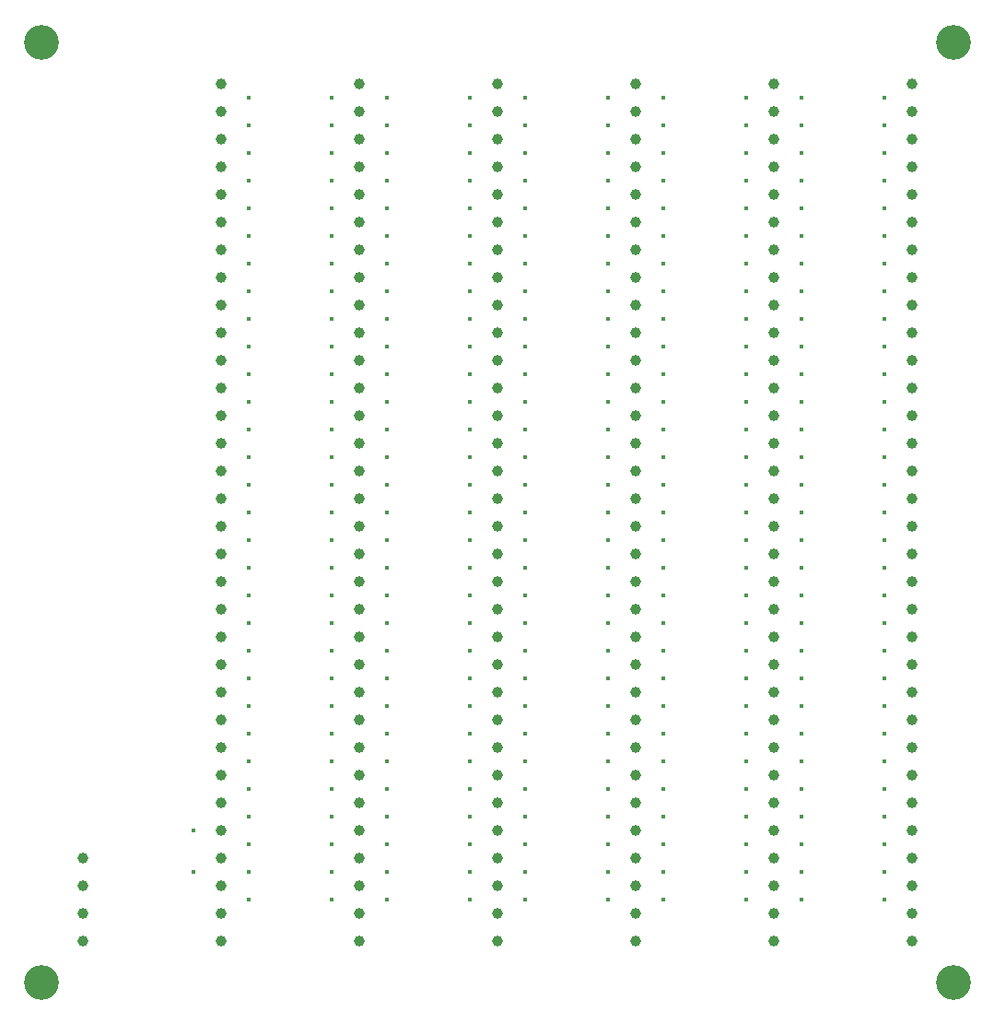
<source format=gbr>
%TF.GenerationSoftware,KiCad,Pcbnew,7.0.5*%
%TF.CreationDate,2023-06-09T17:16:47+02:00*%
%TF.ProjectId,Sorbus-backplane,536f7262-7573-42d6-9261-636b706c616e,rev?*%
%TF.SameCoordinates,Original*%
%TF.FileFunction,Plated,1,2,PTH,Drill*%
%TF.FilePolarity,Positive*%
%FSLAX46Y46*%
G04 Gerber Fmt 4.6, Leading zero omitted, Abs format (unit mm)*
G04 Created by KiCad (PCBNEW 7.0.5) date 2023-06-09 17:16:47*
%MOMM*%
%LPD*%
G01*
G04 APERTURE LIST*
%TA.AperFunction,ViaDrill*%
%ADD10C,0.400000*%
%TD*%
%TA.AperFunction,ComponentDrill*%
%ADD11C,1.000000*%
%TD*%
%TA.AperFunction,ViaDrill*%
%ADD12C,3.200000*%
%TD*%
G04 APERTURE END LIST*
D10*
X86360000Y-116840000D03*
X86360000Y-120650000D03*
X91440000Y-49530000D03*
X91440000Y-52070000D03*
X91440000Y-54610000D03*
X91440000Y-57150000D03*
X91440000Y-59690000D03*
X91440000Y-62230000D03*
X91440000Y-64770000D03*
X91440000Y-67310000D03*
X91440000Y-69850000D03*
X91440000Y-72390000D03*
X91440000Y-74930000D03*
X91440000Y-77470000D03*
X91440000Y-80010000D03*
X91440000Y-82550000D03*
X91440000Y-85090000D03*
X91440000Y-87630000D03*
X91440000Y-90170000D03*
X91440000Y-92710000D03*
X91440000Y-95250000D03*
X91440000Y-97790000D03*
X91440000Y-100330000D03*
X91440000Y-102870000D03*
X91440000Y-105410000D03*
X91440000Y-107950000D03*
X91440000Y-110490000D03*
X91440000Y-113030000D03*
X91440000Y-115570000D03*
X91440000Y-118110000D03*
X91440000Y-120650000D03*
X91440000Y-123190000D03*
X99060000Y-49530000D03*
X99060000Y-52070000D03*
X99060000Y-54610000D03*
X99060000Y-57150000D03*
X99060000Y-59690000D03*
X99060000Y-62230000D03*
X99060000Y-64770000D03*
X99060000Y-67310000D03*
X99060000Y-69850000D03*
X99060000Y-72390000D03*
X99060000Y-74930000D03*
X99060000Y-77470000D03*
X99060000Y-80010000D03*
X99060000Y-82550000D03*
X99060000Y-85090000D03*
X99060000Y-87630000D03*
X99060000Y-90170000D03*
X99060000Y-92710000D03*
X99060000Y-95250000D03*
X99060000Y-97790000D03*
X99060000Y-100330000D03*
X99060000Y-102870000D03*
X99060000Y-105410000D03*
X99060000Y-107950000D03*
X99060000Y-110490000D03*
X99060000Y-113030000D03*
X99060000Y-115570000D03*
X99060000Y-118110000D03*
X99060000Y-120650000D03*
X99060000Y-123190000D03*
X104140000Y-49530000D03*
X104140000Y-52070000D03*
X104140000Y-54610000D03*
X104140000Y-57150000D03*
X104140000Y-59690000D03*
X104140000Y-62230000D03*
X104140000Y-64770000D03*
X104140000Y-67310000D03*
X104140000Y-69850000D03*
X104140000Y-72390000D03*
X104140000Y-74930000D03*
X104140000Y-77470000D03*
X104140000Y-80010000D03*
X104140000Y-82550000D03*
X104140000Y-85090000D03*
X104140000Y-87630000D03*
X104140000Y-90170000D03*
X104140000Y-92710000D03*
X104140000Y-95250000D03*
X104140000Y-97790000D03*
X104140000Y-100330000D03*
X104140000Y-102870000D03*
X104140000Y-105410000D03*
X104140000Y-107950000D03*
X104140000Y-110490000D03*
X104140000Y-113030000D03*
X104140000Y-115570000D03*
X104140000Y-118110000D03*
X104140000Y-120650000D03*
X104140000Y-123190000D03*
X111760000Y-49530000D03*
X111760000Y-52070000D03*
X111760000Y-54610000D03*
X111760000Y-57150000D03*
X111760000Y-59690000D03*
X111760000Y-62230000D03*
X111760000Y-64770000D03*
X111760000Y-67310000D03*
X111760000Y-69850000D03*
X111760000Y-72390000D03*
X111760000Y-74930000D03*
X111760000Y-77470000D03*
X111760000Y-80010000D03*
X111760000Y-82550000D03*
X111760000Y-85090000D03*
X111760000Y-87630000D03*
X111760000Y-90170000D03*
X111760000Y-92710000D03*
X111760000Y-95250000D03*
X111760000Y-97790000D03*
X111760000Y-100330000D03*
X111760000Y-102870000D03*
X111760000Y-105410000D03*
X111760000Y-107950000D03*
X111760000Y-110490000D03*
X111760000Y-113030000D03*
X111760000Y-115570000D03*
X111760000Y-118110000D03*
X111760000Y-120650000D03*
X111760000Y-123190000D03*
X116840000Y-49530000D03*
X116840000Y-52070000D03*
X116840000Y-54610000D03*
X116840000Y-57150000D03*
X116840000Y-59690000D03*
X116840000Y-62230000D03*
X116840000Y-64770000D03*
X116840000Y-67310000D03*
X116840000Y-69850000D03*
X116840000Y-72390000D03*
X116840000Y-74930000D03*
X116840000Y-77470000D03*
X116840000Y-80010000D03*
X116840000Y-82550000D03*
X116840000Y-85090000D03*
X116840000Y-87630000D03*
X116840000Y-90170000D03*
X116840000Y-92710000D03*
X116840000Y-95250000D03*
X116840000Y-97790000D03*
X116840000Y-100330000D03*
X116840000Y-102870000D03*
X116840000Y-105410000D03*
X116840000Y-107950000D03*
X116840000Y-110490000D03*
X116840000Y-113030000D03*
X116840000Y-115570000D03*
X116840000Y-118110000D03*
X116840000Y-120650000D03*
X116840000Y-123190000D03*
X124460000Y-49530000D03*
X124460000Y-52070000D03*
X124460000Y-54610000D03*
X124460000Y-57150000D03*
X124460000Y-59690000D03*
X124460000Y-62230000D03*
X124460000Y-64770000D03*
X124460000Y-67310000D03*
X124460000Y-69850000D03*
X124460000Y-72390000D03*
X124460000Y-74930000D03*
X124460000Y-77470000D03*
X124460000Y-80010000D03*
X124460000Y-82550000D03*
X124460000Y-85090000D03*
X124460000Y-87630000D03*
X124460000Y-90170000D03*
X124460000Y-92710000D03*
X124460000Y-95250000D03*
X124460000Y-97790000D03*
X124460000Y-100330000D03*
X124460000Y-102870000D03*
X124460000Y-105410000D03*
X124460000Y-107950000D03*
X124460000Y-110490000D03*
X124460000Y-113030000D03*
X124460000Y-115570000D03*
X124460000Y-118110000D03*
X124460000Y-120650000D03*
X124460000Y-123190000D03*
X129540000Y-49530000D03*
X129540000Y-52070000D03*
X129540000Y-54610000D03*
X129540000Y-57150000D03*
X129540000Y-59690000D03*
X129540000Y-62230000D03*
X129540000Y-64770000D03*
X129540000Y-67310000D03*
X129540000Y-69850000D03*
X129540000Y-72390000D03*
X129540000Y-74930000D03*
X129540000Y-77470000D03*
X129540000Y-80010000D03*
X129540000Y-82550000D03*
X129540000Y-85090000D03*
X129540000Y-87630000D03*
X129540000Y-90170000D03*
X129540000Y-92710000D03*
X129540000Y-95250000D03*
X129540000Y-97790000D03*
X129540000Y-100330000D03*
X129540000Y-102870000D03*
X129540000Y-105410000D03*
X129540000Y-107950000D03*
X129540000Y-110490000D03*
X129540000Y-113030000D03*
X129540000Y-115570000D03*
X129540000Y-118110000D03*
X129540000Y-120650000D03*
X129540000Y-123190000D03*
X137160000Y-49530000D03*
X137160000Y-52070000D03*
X137160000Y-54610000D03*
X137160000Y-57150000D03*
X137160000Y-59690000D03*
X137160000Y-62230000D03*
X137160000Y-64770000D03*
X137160000Y-67310000D03*
X137160000Y-69850000D03*
X137160000Y-72390000D03*
X137160000Y-74930000D03*
X137160000Y-77470000D03*
X137160000Y-80010000D03*
X137160000Y-82550000D03*
X137160000Y-85090000D03*
X137160000Y-87630000D03*
X137160000Y-90170000D03*
X137160000Y-92710000D03*
X137160000Y-95250000D03*
X137160000Y-97790000D03*
X137160000Y-100330000D03*
X137160000Y-102870000D03*
X137160000Y-105410000D03*
X137160000Y-107950000D03*
X137160000Y-110490000D03*
X137160000Y-113030000D03*
X137160000Y-115570000D03*
X137160000Y-118110000D03*
X137160000Y-120650000D03*
X137160000Y-123190000D03*
X142240000Y-49530000D03*
X142240000Y-52070000D03*
X142240000Y-54610000D03*
X142240000Y-57150000D03*
X142240000Y-59690000D03*
X142240000Y-62230000D03*
X142240000Y-64770000D03*
X142240000Y-67310000D03*
X142240000Y-69850000D03*
X142240000Y-72390000D03*
X142240000Y-74930000D03*
X142240000Y-77470000D03*
X142240000Y-80010000D03*
X142240000Y-82550000D03*
X142240000Y-85090000D03*
X142240000Y-87630000D03*
X142240000Y-90170000D03*
X142240000Y-92710000D03*
X142240000Y-95250000D03*
X142240000Y-97790000D03*
X142240000Y-100330000D03*
X142240000Y-102870000D03*
X142240000Y-105410000D03*
X142240000Y-107950000D03*
X142240000Y-110490000D03*
X142240000Y-113030000D03*
X142240000Y-115570000D03*
X142240000Y-118110000D03*
X142240000Y-120650000D03*
X142240000Y-123190000D03*
X149860000Y-49530000D03*
X149860000Y-52070000D03*
X149860000Y-54610000D03*
X149860000Y-57150000D03*
X149860000Y-59690000D03*
X149860000Y-62230000D03*
X149860000Y-64770000D03*
X149860000Y-67310000D03*
X149860000Y-69850000D03*
X149860000Y-72390000D03*
X149860000Y-74930000D03*
X149860000Y-77470000D03*
X149860000Y-80010000D03*
X149860000Y-82550000D03*
X149860000Y-85090000D03*
X149860000Y-87630000D03*
X149860000Y-90170000D03*
X149860000Y-92710000D03*
X149860000Y-95250000D03*
X149860000Y-97790000D03*
X149860000Y-100330000D03*
X149860000Y-102870000D03*
X149860000Y-105410000D03*
X149860000Y-107950000D03*
X149860000Y-110490000D03*
X149860000Y-113030000D03*
X149860000Y-115570000D03*
X149860000Y-118110000D03*
X149860000Y-120650000D03*
X149860000Y-123190000D03*
D11*
%TO.C,J7*%
X76200000Y-119380000D03*
X76200000Y-121920000D03*
X76200000Y-124460000D03*
X76200000Y-127000000D03*
%TO.C,J1*%
X88900000Y-48260000D03*
X88900000Y-50800000D03*
X88900000Y-53340000D03*
X88900000Y-55880000D03*
X88900000Y-58420000D03*
X88900000Y-60960000D03*
X88900000Y-63500000D03*
X88900000Y-66040000D03*
X88900000Y-68580000D03*
X88900000Y-71120000D03*
X88900000Y-73660000D03*
X88900000Y-76200000D03*
X88900000Y-78740000D03*
X88900000Y-81280000D03*
X88900000Y-83820000D03*
X88900000Y-86360000D03*
X88900000Y-88900000D03*
X88900000Y-91440000D03*
X88900000Y-93980000D03*
X88900000Y-96520000D03*
X88900000Y-99060000D03*
X88900000Y-101600000D03*
X88900000Y-104140000D03*
X88900000Y-106680000D03*
X88900000Y-109220000D03*
X88900000Y-111760000D03*
X88900000Y-114300000D03*
X88900000Y-116840000D03*
X88900000Y-119380000D03*
X88900000Y-121920000D03*
X88900000Y-124460000D03*
X88900000Y-127000000D03*
%TO.C,J2*%
X101600000Y-48260000D03*
X101600000Y-50800000D03*
X101600000Y-53340000D03*
X101600000Y-55880000D03*
X101600000Y-58420000D03*
X101600000Y-60960000D03*
X101600000Y-63500000D03*
X101600000Y-66040000D03*
X101600000Y-68580000D03*
X101600000Y-71120000D03*
X101600000Y-73660000D03*
X101600000Y-76200000D03*
X101600000Y-78740000D03*
X101600000Y-81280000D03*
X101600000Y-83820000D03*
X101600000Y-86360000D03*
X101600000Y-88900000D03*
X101600000Y-91440000D03*
X101600000Y-93980000D03*
X101600000Y-96520000D03*
X101600000Y-99060000D03*
X101600000Y-101600000D03*
X101600000Y-104140000D03*
X101600000Y-106680000D03*
X101600000Y-109220000D03*
X101600000Y-111760000D03*
X101600000Y-114300000D03*
X101600000Y-116840000D03*
X101600000Y-119380000D03*
X101600000Y-121920000D03*
X101600000Y-124460000D03*
X101600000Y-127000000D03*
%TO.C,J3*%
X114300000Y-48260000D03*
X114300000Y-50800000D03*
X114300000Y-53340000D03*
X114300000Y-55880000D03*
X114300000Y-58420000D03*
X114300000Y-60960000D03*
X114300000Y-63500000D03*
X114300000Y-66040000D03*
X114300000Y-68580000D03*
X114300000Y-71120000D03*
X114300000Y-73660000D03*
X114300000Y-76200000D03*
X114300000Y-78740000D03*
X114300000Y-81280000D03*
X114300000Y-83820000D03*
X114300000Y-86360000D03*
X114300000Y-88900000D03*
X114300000Y-91440000D03*
X114300000Y-93980000D03*
X114300000Y-96520000D03*
X114300000Y-99060000D03*
X114300000Y-101600000D03*
X114300000Y-104140000D03*
X114300000Y-106680000D03*
X114300000Y-109220000D03*
X114300000Y-111760000D03*
X114300000Y-114300000D03*
X114300000Y-116840000D03*
X114300000Y-119380000D03*
X114300000Y-121920000D03*
X114300000Y-124460000D03*
X114300000Y-127000000D03*
%TO.C,J4*%
X127000000Y-48260000D03*
X127000000Y-50800000D03*
X127000000Y-53340000D03*
X127000000Y-55880000D03*
X127000000Y-58420000D03*
X127000000Y-60960000D03*
X127000000Y-63500000D03*
X127000000Y-66040000D03*
X127000000Y-68580000D03*
X127000000Y-71120000D03*
X127000000Y-73660000D03*
X127000000Y-76200000D03*
X127000000Y-78740000D03*
X127000000Y-81280000D03*
X127000000Y-83820000D03*
X127000000Y-86360000D03*
X127000000Y-88900000D03*
X127000000Y-91440000D03*
X127000000Y-93980000D03*
X127000000Y-96520000D03*
X127000000Y-99060000D03*
X127000000Y-101600000D03*
X127000000Y-104140000D03*
X127000000Y-106680000D03*
X127000000Y-109220000D03*
X127000000Y-111760000D03*
X127000000Y-114300000D03*
X127000000Y-116840000D03*
X127000000Y-119380000D03*
X127000000Y-121920000D03*
X127000000Y-124460000D03*
X127000000Y-127000000D03*
%TO.C,J5*%
X139700000Y-48260000D03*
X139700000Y-50800000D03*
X139700000Y-53340000D03*
X139700000Y-55880000D03*
X139700000Y-58420000D03*
X139700000Y-60960000D03*
X139700000Y-63500000D03*
X139700000Y-66040000D03*
X139700000Y-68580000D03*
X139700000Y-71120000D03*
X139700000Y-73660000D03*
X139700000Y-76200000D03*
X139700000Y-78740000D03*
X139700000Y-81280000D03*
X139700000Y-83820000D03*
X139700000Y-86360000D03*
X139700000Y-88900000D03*
X139700000Y-91440000D03*
X139700000Y-93980000D03*
X139700000Y-96520000D03*
X139700000Y-99060000D03*
X139700000Y-101600000D03*
X139700000Y-104140000D03*
X139700000Y-106680000D03*
X139700000Y-109220000D03*
X139700000Y-111760000D03*
X139700000Y-114300000D03*
X139700000Y-116840000D03*
X139700000Y-119380000D03*
X139700000Y-121920000D03*
X139700000Y-124460000D03*
X139700000Y-127000000D03*
%TO.C,J6*%
X152400000Y-48260000D03*
X152400000Y-50800000D03*
X152400000Y-53340000D03*
X152400000Y-55880000D03*
X152400000Y-58420000D03*
X152400000Y-60960000D03*
X152400000Y-63500000D03*
X152400000Y-66040000D03*
X152400000Y-68580000D03*
X152400000Y-71120000D03*
X152400000Y-73660000D03*
X152400000Y-76200000D03*
X152400000Y-78740000D03*
X152400000Y-81280000D03*
X152400000Y-83820000D03*
X152400000Y-86360000D03*
X152400000Y-88900000D03*
X152400000Y-91440000D03*
X152400000Y-93980000D03*
X152400000Y-96520000D03*
X152400000Y-99060000D03*
X152400000Y-101600000D03*
X152400000Y-104140000D03*
X152400000Y-106680000D03*
X152400000Y-109220000D03*
X152400000Y-111760000D03*
X152400000Y-114300000D03*
X152400000Y-116840000D03*
X152400000Y-119380000D03*
X152400000Y-121920000D03*
X152400000Y-124460000D03*
X152400000Y-127000000D03*
%TD*%
D12*
X72390000Y-44450000D03*
X72390000Y-130810000D03*
X156210000Y-44450000D03*
X156210000Y-130810000D03*
M02*

</source>
